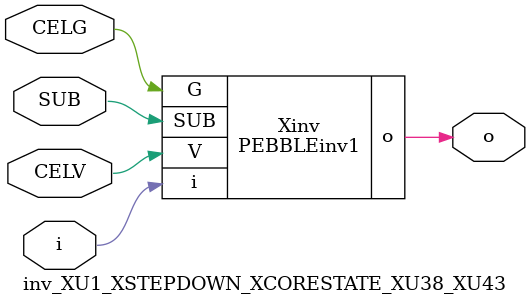
<source format=v>



module PEBBLEinv1 ( o, G, SUB, V, i );

  input V;
  input i;
  input G;
  output o;
  input SUB;
endmodule

//Celera Confidential Do Not Copy inv_XU1_XSTEPDOWN_XCORESTATE_XU38_XU43
//Celera Confidential Symbol Generator
//5V Inverter
module inv_XU1_XSTEPDOWN_XCORESTATE_XU38_XU43 (CELV,CELG,i,o,SUB);
input CELV;
input CELG;
input i;
input SUB;
output o;

//Celera Confidential Do Not Copy inv
PEBBLEinv1 Xinv(
.V (CELV),
.i (i),
.o (o),
.SUB (SUB),
.G (CELG)
);
//,diesize,PEBBLEinv1

//Celera Confidential Do Not Copy Module End
//Celera Schematic Generator
endmodule

</source>
